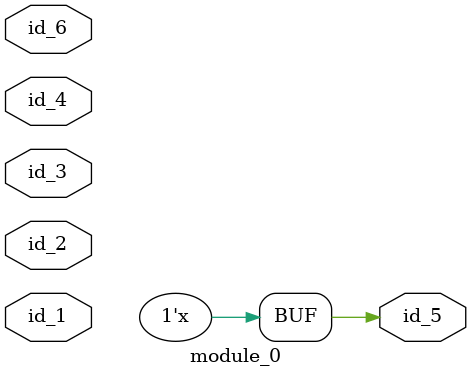
<source format=v>
module module_0 (
    id_1,
    id_2,
    id_3,
    id_4,
    id_5,
    id_6
);
  inout id_6;
  output id_5;
  input id_4;
  input id_3;
  input id_2;
  input id_1;
  assign id_5 = id_4[1];
endmodule

</source>
